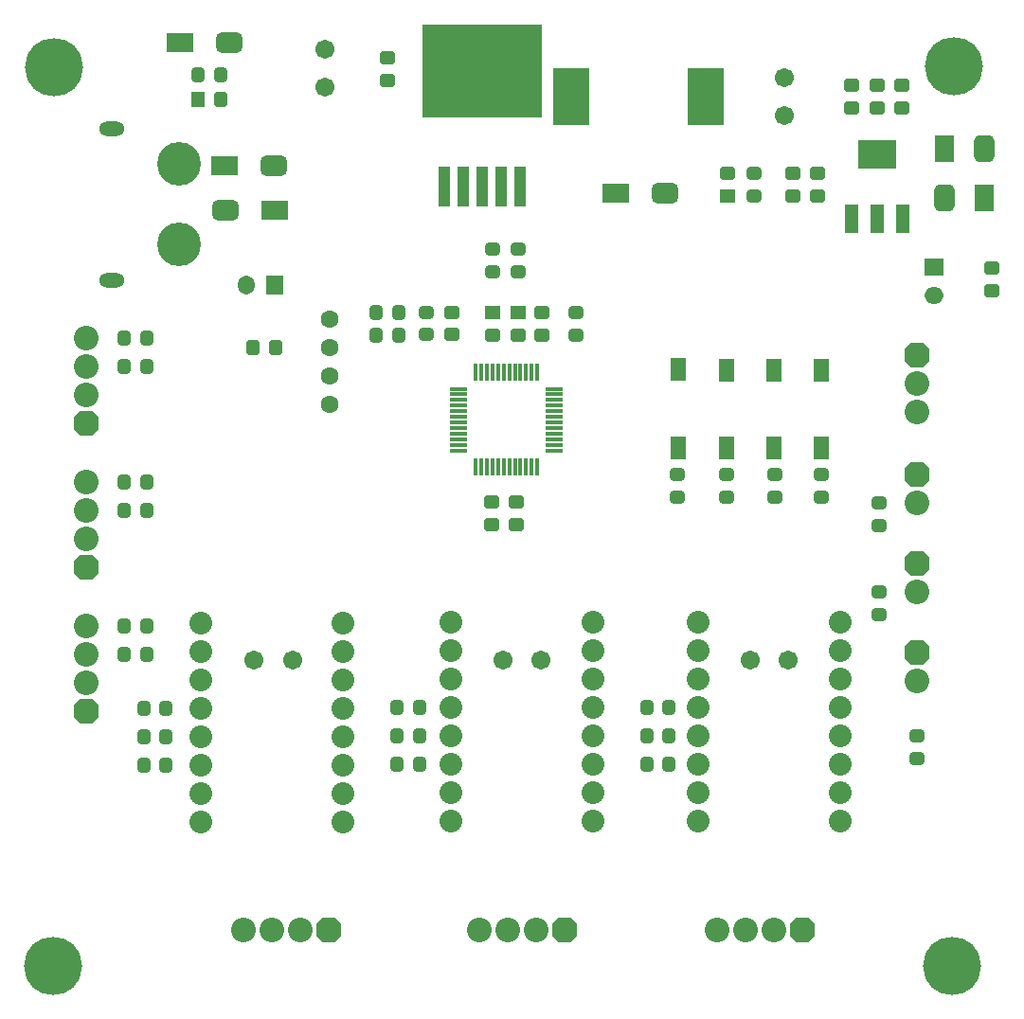
<source format=gts>
G04*
G04 #@! TF.GenerationSoftware,Altium Limited,Altium Designer,24.8.2 (39)*
G04*
G04 Layer_Color=8388736*
%FSTAX24Y24*%
%MOIN*%
G70*
G04*
G04 #@! TF.SameCoordinates,E2E89361-0BB4-4F2D-B907-9D5CD4EE4A11*
G04*
G04*
G04 #@! TF.FilePolarity,Negative*
G04*
G01*
G75*
%ADD36R,0.4197X0.3299*%
%ADD37R,0.0400X0.1400*%
%ADD39O,0.0146X0.0630*%
%ADD40O,0.0630X0.0146*%
G04:AMPARAMS|DCode=41|XSize=45.3mil|YSize=53.1mil|CornerRadius=12.8mil|HoleSize=0mil|Usage=FLASHONLY|Rotation=0.000|XOffset=0mil|YOffset=0mil|HoleType=Round|Shape=RoundedRectangle|*
%AMROUNDEDRECTD41*
21,1,0.0453,0.0276,0,0,0.0*
21,1,0.0197,0.0531,0,0,0.0*
1,1,0.0256,0.0098,-0.0138*
1,1,0.0256,-0.0098,-0.0138*
1,1,0.0256,-0.0098,0.0138*
1,1,0.0256,0.0098,0.0138*
%
%ADD41ROUNDEDRECTD41*%
G04:AMPARAMS|DCode=42|XSize=45.3mil|YSize=53.1mil|CornerRadius=12.8mil|HoleSize=0mil|Usage=FLASHONLY|Rotation=270.000|XOffset=0mil|YOffset=0mil|HoleType=Round|Shape=RoundedRectangle|*
%AMROUNDEDRECTD42*
21,1,0.0453,0.0276,0,0,270.0*
21,1,0.0197,0.0531,0,0,270.0*
1,1,0.0256,-0.0138,-0.0098*
1,1,0.0256,-0.0138,0.0098*
1,1,0.0256,0.0138,0.0098*
1,1,0.0256,0.0138,-0.0098*
%
%ADD42ROUNDEDRECTD42*%
G04:AMPARAMS|DCode=43|XSize=47.4mil|YSize=55.2mil|CornerRadius=13.8mil|HoleSize=0mil|Usage=FLASHONLY|Rotation=90.000|XOffset=0mil|YOffset=0mil|HoleType=Round|Shape=RoundedRectangle|*
%AMROUNDEDRECTD43*
21,1,0.0474,0.0276,0,0,90.0*
21,1,0.0197,0.0552,0,0,90.0*
1,1,0.0277,0.0138,0.0098*
1,1,0.0277,0.0138,-0.0098*
1,1,0.0277,-0.0138,-0.0098*
1,1,0.0277,-0.0138,0.0098*
%
%ADD43ROUNDEDRECTD43*%
%ADD44R,0.0552X0.0474*%
G04:AMPARAMS|DCode=45|XSize=71mil|YSize=94.6mil|CornerRadius=19.7mil|HoleSize=0mil|Usage=FLASHONLY|Rotation=180.000|XOffset=0mil|YOffset=0mil|HoleType=Round|Shape=RoundedRectangle|*
%AMROUNDEDRECTD45*
21,1,0.0710,0.0551,0,0,180.0*
21,1,0.0315,0.0946,0,0,180.0*
1,1,0.0395,-0.0157,0.0276*
1,1,0.0395,0.0157,0.0276*
1,1,0.0395,0.0157,-0.0276*
1,1,0.0395,-0.0157,-0.0276*
%
%ADD45ROUNDEDRECTD45*%
%ADD46R,0.0710X0.0946*%
%ADD47R,0.0474X0.1025*%
%ADD48R,0.1379X0.1025*%
%ADD49R,0.1261X0.2049*%
%ADD50R,0.0474X0.0552*%
G04:AMPARAMS|DCode=51|XSize=47.4mil|YSize=55.2mil|CornerRadius=13.8mil|HoleSize=0mil|Usage=FLASHONLY|Rotation=0.000|XOffset=0mil|YOffset=0mil|HoleType=Round|Shape=RoundedRectangle|*
%AMROUNDEDRECTD51*
21,1,0.0474,0.0276,0,0,0.0*
21,1,0.0197,0.0552,0,0,0.0*
1,1,0.0277,0.0098,-0.0138*
1,1,0.0277,-0.0098,-0.0138*
1,1,0.0277,-0.0098,0.0138*
1,1,0.0277,0.0098,0.0138*
%
%ADD51ROUNDEDRECTD51*%
G04:AMPARAMS|DCode=52|XSize=71mil|YSize=94.6mil|CornerRadius=19.7mil|HoleSize=0mil|Usage=FLASHONLY|Rotation=90.000|XOffset=0mil|YOffset=0mil|HoleType=Round|Shape=RoundedRectangle|*
%AMROUNDEDRECTD52*
21,1,0.0710,0.0551,0,0,90.0*
21,1,0.0315,0.0946,0,0,90.0*
1,1,0.0395,0.0276,0.0157*
1,1,0.0395,0.0276,-0.0157*
1,1,0.0395,-0.0276,-0.0157*
1,1,0.0395,-0.0276,0.0157*
%
%ADD52ROUNDEDRECTD52*%
%ADD53R,0.0946X0.0710*%
%ADD54R,0.0552X0.0789*%
%ADD55R,0.0592X0.0671*%
%ADD56O,0.0592X0.0671*%
%ADD57C,0.0800*%
%ADD58C,0.0671*%
G04:AMPARAMS|DCode=59|XSize=86.7mil|YSize=86.7mil|CornerRadius=0mil|HoleSize=0mil|Usage=FLASHONLY|Rotation=0.000|XOffset=0mil|YOffset=0mil|HoleType=Round|Shape=Octagon|*
%AMOCTAGOND59*
4,1,8,0.0434,-0.0217,0.0434,0.0217,0.0217,0.0434,-0.0217,0.0434,-0.0434,0.0217,-0.0434,-0.0217,-0.0217,-0.0434,0.0217,-0.0434,0.0434,-0.0217,0.0*
%
%ADD59OCTAGOND59*%

%ADD60C,0.0867*%
%ADD61O,0.0671X0.0592*%
%ADD62R,0.0671X0.0592*%
%ADD63C,0.2049*%
%ADD64C,0.1535*%
%ADD65O,0.0906X0.0512*%
G04:AMPARAMS|DCode=66|XSize=86.7mil|YSize=86.7mil|CornerRadius=0mil|HoleSize=0mil|Usage=FLASHONLY|Rotation=270.000|XOffset=0mil|YOffset=0mil|HoleType=Round|Shape=Octagon|*
%AMOCTAGOND66*
4,1,8,-0.0217,-0.0434,0.0217,-0.0434,0.0434,-0.0217,0.0434,0.0217,0.0217,0.0434,-0.0217,0.0434,-0.0434,0.0217,-0.0434,-0.0217,-0.0217,-0.0434,0.0*
%
%ADD66OCTAGOND66*%

%ADD67C,0.0630*%
D36*
X017002Y033405D02*
D03*
D37*
X018342Y029348D02*
D03*
X017672D02*
D03*
X017002D02*
D03*
X016332D02*
D03*
X015662D02*
D03*
D39*
X016767Y019458D02*
D03*
X016964D02*
D03*
X017161D02*
D03*
X017358D02*
D03*
X017555D02*
D03*
X017752D02*
D03*
X017948D02*
D03*
X018145D02*
D03*
X018342D02*
D03*
X018539D02*
D03*
X018736D02*
D03*
X018933D02*
D03*
Y022804D02*
D03*
X018736D02*
D03*
X018539D02*
D03*
X018342D02*
D03*
X018145D02*
D03*
X017948D02*
D03*
X017752D02*
D03*
X017555D02*
D03*
X017358D02*
D03*
X017161D02*
D03*
X016964D02*
D03*
X016767D02*
D03*
D40*
X019523Y020048D02*
D03*
X019523Y020245D02*
D03*
X019523Y020442D02*
D03*
X019523Y020639D02*
D03*
X019523Y020836D02*
D03*
X019523Y021033D02*
D03*
X019523Y021229D02*
D03*
X019523Y021426D02*
D03*
X019523Y021623D02*
D03*
X019523Y02182D02*
D03*
X019523Y022017D02*
D03*
X019523Y022214D02*
D03*
X016177Y022214D02*
D03*
X016177Y022017D02*
D03*
X016177Y02182D02*
D03*
X016177Y021623D02*
D03*
X016177Y021426D02*
D03*
X016177Y02123D02*
D03*
X016177Y021033D02*
D03*
X016177Y020836D02*
D03*
X016177Y020639D02*
D03*
X016177Y020442D02*
D03*
X016177Y020245D02*
D03*
X016177Y020048D02*
D03*
D41*
X005198Y017929D02*
D03*
X004411D02*
D03*
X005198Y018929D02*
D03*
X004411D02*
D03*
X005198Y023992D02*
D03*
X004411D02*
D03*
X005198Y022992D02*
D03*
X004411D02*
D03*
X005198Y012859D02*
D03*
X004411D02*
D03*
X005198Y013871D02*
D03*
X004411D02*
D03*
X014047Y024905D02*
D03*
X01326D02*
D03*
X014047Y0241D02*
D03*
X01326D02*
D03*
X022791Y009D02*
D03*
X023578D02*
D03*
X022791Y01099D02*
D03*
X023578D02*
D03*
X022791Y01D02*
D03*
X023578D02*
D03*
X014Y01099D02*
D03*
X014787D02*
D03*
X014Y009993D02*
D03*
X014787D02*
D03*
X014Y008993D02*
D03*
X014787D02*
D03*
X00508Y01095D02*
D03*
X005867D02*
D03*
X00508Y00995D02*
D03*
X005867D02*
D03*
X00508Y00895D02*
D03*
X005867D02*
D03*
X007008Y033268D02*
D03*
X007795D02*
D03*
D42*
X03095Y014276D02*
D03*
Y015063D02*
D03*
X032283Y009206D02*
D03*
Y009994D02*
D03*
X03095Y017402D02*
D03*
Y018189D02*
D03*
X01825Y026337D02*
D03*
Y027125D02*
D03*
X017377Y026337D02*
D03*
Y027125D02*
D03*
X0203Y024106D02*
D03*
Y024894D02*
D03*
X015014Y024126D02*
D03*
Y024914D02*
D03*
X028917Y019199D02*
D03*
Y018412D02*
D03*
X025588Y019199D02*
D03*
Y018411D02*
D03*
X027302Y019199D02*
D03*
Y018411D02*
D03*
X02387Y019199D02*
D03*
Y018411D02*
D03*
X026547Y029016D02*
D03*
Y029803D02*
D03*
D43*
X018197Y018226D02*
D03*
Y017439D02*
D03*
X01732Y018226D02*
D03*
Y017439D02*
D03*
X015939Y024126D02*
D03*
Y024914D02*
D03*
X017377Y024097D02*
D03*
X01909D02*
D03*
Y024884D02*
D03*
X034915Y026457D02*
D03*
Y025669D02*
D03*
X02878Y029803D02*
D03*
Y029016D02*
D03*
X027933Y029803D02*
D03*
Y029016D02*
D03*
X029985Y032098D02*
D03*
Y032886D02*
D03*
X025642Y029803D02*
D03*
X030886Y032098D02*
D03*
Y032886D02*
D03*
X013661Y033083D02*
D03*
Y03387D02*
D03*
X031772Y032098D02*
D03*
Y032886D02*
D03*
X018255Y024097D02*
D03*
D44*
X017377Y024884D02*
D03*
X025642Y029016D02*
D03*
X018255Y024884D02*
D03*
D45*
X034646Y030669D02*
D03*
X033268Y028938D02*
D03*
D46*
X034646Y028937D02*
D03*
X033268Y030671D02*
D03*
D47*
X02998Y02819D02*
D03*
X030886D02*
D03*
X031791D02*
D03*
D48*
X030886Y030474D02*
D03*
D49*
X024864Y032492D02*
D03*
X020139D02*
D03*
D50*
X007008Y032402D02*
D03*
D51*
X007795D02*
D03*
X009725Y023652D02*
D03*
X008938D02*
D03*
D52*
X023433Y029096D02*
D03*
X007948Y028516D02*
D03*
X009648Y030065D02*
D03*
X008093Y034409D02*
D03*
D53*
X0217Y029096D02*
D03*
X009681Y028516D02*
D03*
X007916Y030065D02*
D03*
X006361Y034409D02*
D03*
D54*
X025588Y020127D02*
D03*
Y022883D02*
D03*
X023884Y020132D02*
D03*
Y022888D02*
D03*
X028917Y020127D02*
D03*
Y022883D02*
D03*
X027255Y020127D02*
D03*
Y022883D02*
D03*
D55*
X009702Y025876D02*
D03*
D56*
X008702D02*
D03*
D57*
X0296Y014D02*
D03*
Y013D02*
D03*
Y012D02*
D03*
Y011D02*
D03*
Y01D02*
D03*
Y009D02*
D03*
Y008D02*
D03*
Y007D02*
D03*
X0246D02*
D03*
Y008D02*
D03*
Y009D02*
D03*
Y01D02*
D03*
Y011D02*
D03*
Y012D02*
D03*
Y013D02*
D03*
Y014D02*
D03*
X020891Y01399D02*
D03*
Y01299D02*
D03*
Y01199D02*
D03*
Y01099D02*
D03*
Y00999D02*
D03*
Y00899D02*
D03*
Y00799D02*
D03*
Y00699D02*
D03*
X015891D02*
D03*
Y00799D02*
D03*
Y00899D02*
D03*
Y00999D02*
D03*
Y01099D02*
D03*
Y01199D02*
D03*
Y01299D02*
D03*
Y01399D02*
D03*
X00711Y01395D02*
D03*
Y01295D02*
D03*
Y01195D02*
D03*
Y01095D02*
D03*
Y00995D02*
D03*
Y00895D02*
D03*
Y00795D02*
D03*
Y00695D02*
D03*
X01211D02*
D03*
Y00795D02*
D03*
Y00895D02*
D03*
Y00995D02*
D03*
Y01095D02*
D03*
Y01195D02*
D03*
Y01295D02*
D03*
Y01395D02*
D03*
D58*
X011457Y032835D02*
D03*
Y034173D02*
D03*
X027769Y01265D02*
D03*
X026431D02*
D03*
X019061D02*
D03*
X017722D02*
D03*
X010312D02*
D03*
X008974D02*
D03*
X027638Y031823D02*
D03*
Y033161D02*
D03*
D59*
X032283Y016063D02*
D03*
Y012945D02*
D03*
X032283Y019189D02*
D03*
X003071Y010871D02*
D03*
Y015929D02*
D03*
Y020992D02*
D03*
X032283Y023386D02*
D03*
D60*
Y015063D02*
D03*
Y011945D02*
D03*
X032283Y018189D02*
D03*
X003071Y011871D02*
D03*
Y012871D02*
D03*
Y013871D02*
D03*
Y018929D02*
D03*
Y017929D02*
D03*
Y016929D02*
D03*
Y023992D02*
D03*
Y022992D02*
D03*
Y021992D02*
D03*
X00858Y00315D02*
D03*
X00958D02*
D03*
X01058D02*
D03*
X016891D02*
D03*
X017891D02*
D03*
X018891D02*
D03*
X032283Y022386D02*
D03*
Y021386D02*
D03*
X027253Y00315D02*
D03*
X026253D02*
D03*
X025253D02*
D03*
D61*
X032898Y025484D02*
D03*
D62*
Y026484D02*
D03*
D63*
X001911Y001912D02*
D03*
X033521Y001912D02*
D03*
X03359Y033583D02*
D03*
X001912Y033521D02*
D03*
D64*
X006339Y030118D02*
D03*
Y027284D02*
D03*
D65*
X003976Y031358D02*
D03*
Y026043D02*
D03*
D66*
X01158Y00315D02*
D03*
X019891D02*
D03*
X028253D02*
D03*
D67*
X011621Y021681D02*
D03*
Y022681D02*
D03*
Y023681D02*
D03*
Y024681D02*
D03*
M02*

</source>
